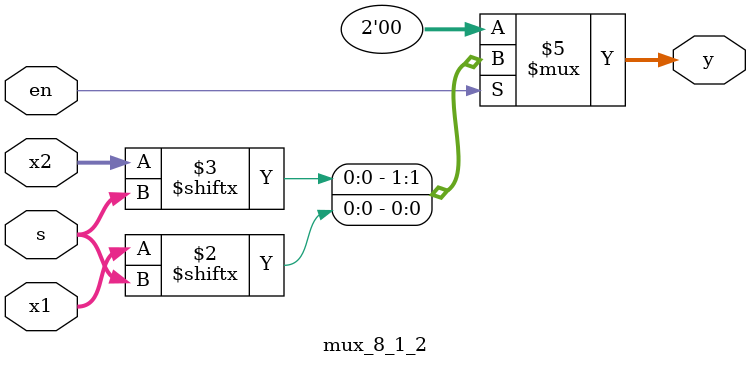
<source format=v>
 module mux_8_1_2 (
	input [7:0] x1,
	input [7:0] x2,
	input [2:0] s,
	input en,
	output reg [1:0] y);
	
	always @(s, x1, x2, en)
		if(en)
			y = {x2[s], x1[s]};
		else
			y = 2'b00;
		
endmodule

</source>
